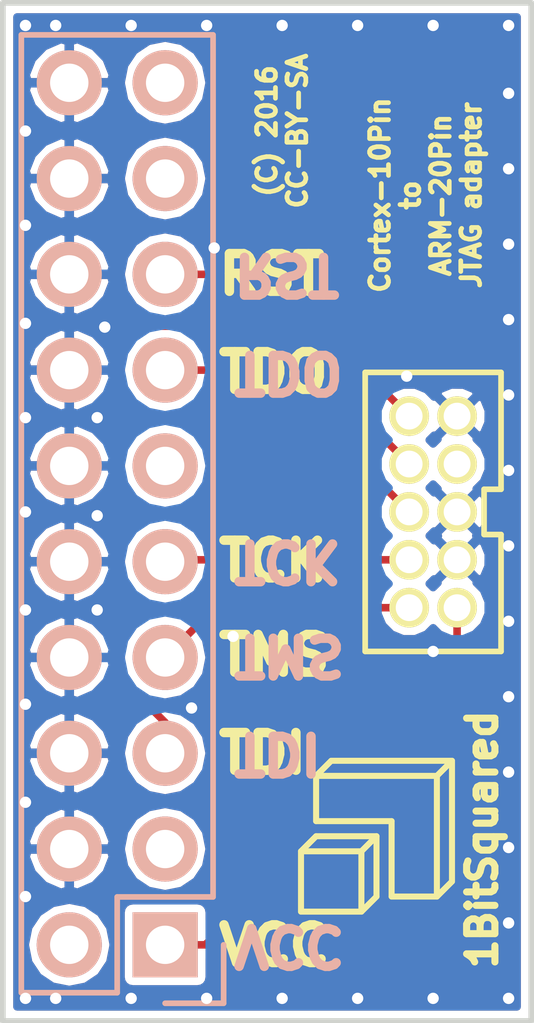
<source format=kicad_pcb>
(kicad_pcb (version 4) (host pcbnew 4.0.1-3.201512221402+6198~38~ubuntu14.04.1-stable)

  (general
    (links 63)
    (no_connects 0)
    (area 19.774999 19.913475 34.075001 50.351191)
    (thickness 1.6)
    (drawings 19)
    (tracks 18)
    (zones 0)
    (modules 49)
    (nets 14)
  )

  (page A4)
  (title_block
    (title "JTAG 10 to 20 pin adapter.")
    (rev V1.0)
    (company 1BitSquared)
    (comment 1 "(C) 2016")
    (comment 2 "CC-BY-SA V4.0")
  )

  (layers
    (0 F.Cu signal)
    (31 B.Cu signal)
    (32 B.Adhes user)
    (33 F.Adhes user)
    (34 B.Paste user)
    (35 F.Paste user)
    (36 B.SilkS user)
    (37 F.SilkS user)
    (38 B.Mask user)
    (39 F.Mask user)
    (40 Dwgs.User user)
    (41 Cmts.User user)
    (42 Eco1.User user)
    (43 Eco2.User user)
    (44 Edge.Cuts user)
    (45 Margin user)
    (46 B.CrtYd user)
    (47 F.CrtYd user)
    (48 B.Fab user)
    (49 F.Fab user)
  )

  (setup
    (last_trace_width 0.2)
    (trace_clearance 0.2)
    (zone_clearance 0.2)
    (zone_45_only no)
    (trace_min 0.2)
    (segment_width 0.2)
    (edge_width 0.15)
    (via_size 0.6)
    (via_drill 0.4)
    (via_min_size 0.4)
    (via_min_drill 0.3)
    (uvia_size 0.3)
    (uvia_drill 0.1)
    (uvias_allowed no)
    (uvia_min_size 0.2)
    (uvia_min_drill 0.1)
    (pcb_text_width 0.3)
    (pcb_text_size 1.5 1.5)
    (mod_edge_width 0.15)
    (mod_text_size 1 1)
    (mod_text_width 0.15)
    (pad_size 0.5 0.5)
    (pad_drill 0.3)
    (pad_to_mask_clearance 0.07)
    (aux_axis_origin 0 0)
    (visible_elements FFFFFF7F)
    (pcbplotparams
      (layerselection 0x00030_80000001)
      (usegerberextensions false)
      (excludeedgelayer true)
      (linewidth 0.100000)
      (plotframeref false)
      (viasonmask false)
      (mode 1)
      (useauxorigin false)
      (hpglpennumber 1)
      (hpglpenspeed 20)
      (hpglpendiameter 15)
      (hpglpenoverlay 2)
      (psnegative false)
      (psa4output false)
      (plotreference true)
      (plotvalue true)
      (plotinvisibletext false)
      (padsonsilk false)
      (subtractmaskfromsilk false)
      (outputformat 1)
      (mirror false)
      (drillshape 1)
      (scaleselection 1)
      (outputdirectory ""))
  )

  (net 0 "")
  (net 1 GND)
  (net 2 "Net-(X1-Pad7)")
  (net 3 "Net-(X2-Pad2)")
  (net 4 "Net-(X2-Pad3)")
  (net 5 "Net-(X2-Pad11)")
  (net 6 "Net-(X2-Pad17)")
  (net 7 "Net-(X2-Pad19)")
  (net 8 /TMS)
  (net 9 /VCC)
  (net 10 /TCK)
  (net 11 /TDO)
  (net 12 /TDI)
  (net 13 /RST)

  (net_class Default "This is the default net class."
    (clearance 0.2)
    (trace_width 0.2)
    (via_dia 0.6)
    (via_drill 0.4)
    (uvia_dia 0.3)
    (uvia_drill 0.1)
    (add_net /RST)
    (add_net /TCK)
    (add_net /TDI)
    (add_net /TDO)
    (add_net /TMS)
    (add_net /VCC)
    (add_net GND)
    (add_net "Net-(X1-Pad7)")
    (add_net "Net-(X2-Pad11)")
    (add_net "Net-(X2-Pad17)")
    (add_net "Net-(X2-Pad19)")
    (add_net "Net-(X2-Pad2)")
    (add_net "Net-(X2-Pad3)")
  )

  (module pkl_misc:via0305 (layer F.Cu) (tedit 56B2E4FA) (tstamp 56B54ED4)
    (at 25.6 26.5)
    (fp_text reference REF** (at 0 0.35) (layer F.SilkS) hide
      (effects (font (size 0.127 0.127) (thickness 0.03175)))
    )
    (fp_text value via0305 (at 0 -0.35) (layer F.Fab) hide
      (effects (font (size 0.127 0.127) (thickness 0.03175)))
    )
    (pad "" thru_hole circle (at 0 0) (size 0.5 0.5) (drill 0.3) (layers *.Cu)
      (net 1 GND) (zone_connect 2))
  )

  (module pkl_misc:via0305 (layer F.Cu) (tedit 56B2E4FA) (tstamp 56B54ED0)
    (at 30.7 29.9)
    (fp_text reference REF** (at 0 0.35) (layer F.SilkS) hide
      (effects (font (size 0.127 0.127) (thickness 0.03175)))
    )
    (fp_text value via0305 (at 0 -0.35) (layer F.Fab) hide
      (effects (font (size 0.127 0.127) (thickness 0.03175)))
    )
    (pad "" thru_hole circle (at 0 0) (size 0.5 0.5) (drill 0.3) (layers *.Cu)
      (net 1 GND) (zone_connect 2))
  )

  (module pkl_misc:via0305 (layer F.Cu) (tedit 56B2E4FA) (tstamp 56B54ECC)
    (at 22.7 28.6)
    (fp_text reference REF** (at 0 0.35) (layer F.SilkS) hide
      (effects (font (size 0.127 0.127) (thickness 0.03175)))
    )
    (fp_text value via0305 (at 0 -0.35) (layer F.Fab) hide
      (effects (font (size 0.127 0.127) (thickness 0.03175)))
    )
    (pad "" thru_hole circle (at 0 0) (size 0.5 0.5) (drill 0.3) (layers *.Cu)
      (net 1 GND) (zone_connect 2))
  )

  (module pkl_misc:via0305 (layer F.Cu) (tedit 56B2E4FA) (tstamp 56B54EC8)
    (at 22.5 31)
    (fp_text reference REF** (at 0 0.35) (layer F.SilkS) hide
      (effects (font (size 0.127 0.127) (thickness 0.03175)))
    )
    (fp_text value via0305 (at 0 -0.35) (layer F.Fab) hide
      (effects (font (size 0.127 0.127) (thickness 0.03175)))
    )
    (pad "" thru_hole circle (at 0 0) (size 0.5 0.5) (drill 0.3) (layers *.Cu)
      (net 1 GND) (zone_connect 2))
  )

  (module pkl_misc:via0305 (layer F.Cu) (tedit 56B2E4FA) (tstamp 56B54EC4)
    (at 22.5 33.6)
    (fp_text reference REF** (at 0 0.35) (layer F.SilkS) hide
      (effects (font (size 0.127 0.127) (thickness 0.03175)))
    )
    (fp_text value via0305 (at 0 -0.35) (layer F.Fab) hide
      (effects (font (size 0.127 0.127) (thickness 0.03175)))
    )
    (pad "" thru_hole circle (at 0 0) (size 0.5 0.5) (drill 0.3) (layers *.Cu)
      (net 1 GND) (zone_connect 2))
  )

  (module pkl_misc:via0305 (layer F.Cu) (tedit 56B2E4FA) (tstamp 56B54EC0)
    (at 22.5 36.1)
    (fp_text reference REF** (at 0 0.35) (layer F.SilkS) hide
      (effects (font (size 0.127 0.127) (thickness 0.03175)))
    )
    (fp_text value via0305 (at 0 -0.35) (layer F.Fab) hide
      (effects (font (size 0.127 0.127) (thickness 0.03175)))
    )
    (pad "" thru_hole circle (at 0 0) (size 0.5 0.5) (drill 0.3) (layers *.Cu)
      (net 1 GND) (zone_connect 2))
  )

  (module pkl_misc:via0305 (layer F.Cu) (tedit 56B2E4FA) (tstamp 56B54EBC)
    (at 25 38.7)
    (fp_text reference REF** (at 0 0.35) (layer F.SilkS) hide
      (effects (font (size 0.127 0.127) (thickness 0.03175)))
    )
    (fp_text value via0305 (at 0 -0.35) (layer F.Fab) hide
      (effects (font (size 0.127 0.127) (thickness 0.03175)))
    )
    (pad "" thru_hole circle (at 0 0) (size 0.5 0.5) (drill 0.3) (layers *.Cu)
      (net 1 GND) (zone_connect 2))
  )

  (module pkl_misc:via0305 (layer F.Cu) (tedit 56B2E4FA) (tstamp 56B54EB8)
    (at 26.1 36.8)
    (fp_text reference REF** (at 0 0.35) (layer F.SilkS) hide
      (effects (font (size 0.127 0.127) (thickness 0.03175)))
    )
    (fp_text value via0305 (at 0 -0.35) (layer F.Fab) hide
      (effects (font (size 0.127 0.127) (thickness 0.03175)))
    )
    (pad "" thru_hole circle (at 0 0) (size 0.5 0.5) (drill 0.3) (layers *.Cu)
      (net 1 GND) (zone_connect 2))
  )

  (module pkl_misc:via0305 (layer F.Cu) (tedit 56B2E4FA) (tstamp 56B54EB4)
    (at 31.4 37.2)
    (fp_text reference REF** (at 0 0.35) (layer F.SilkS) hide
      (effects (font (size 0.127 0.127) (thickness 0.03175)))
    )
    (fp_text value via0305 (at 0 -0.35) (layer F.Fab) hide
      (effects (font (size 0.127 0.127) (thickness 0.03175)))
    )
    (pad "" thru_hole circle (at 0 0) (size 0.5 0.5) (drill 0.3) (layers *.Cu)
      (net 1 GND) (zone_connect 2))
  )

  (module pkl_misc:via0305 (layer F.Cu) (tedit 56B2E4FA) (tstamp 56B54EB0)
    (at 21.4 46.4)
    (fp_text reference REF** (at 0 0.35) (layer F.SilkS) hide
      (effects (font (size 0.127 0.127) (thickness 0.03175)))
    )
    (fp_text value via0305 (at 0 -0.35) (layer F.Fab) hide
      (effects (font (size 0.127 0.127) (thickness 0.03175)))
    )
    (pad "" thru_hole circle (at 0 0) (size 0.5 0.5) (drill 0.3) (layers *.Cu)
      (net 1 GND) (zone_connect 2))
  )

  (module pkl_misc:via0305 (layer F.Cu) (tedit 56B2E4FA) (tstamp 56B54EAC)
    (at 23.4 46.4)
    (fp_text reference REF** (at 0 0.35) (layer F.SilkS) hide
      (effects (font (size 0.127 0.127) (thickness 0.03175)))
    )
    (fp_text value via0305 (at 0 -0.35) (layer F.Fab) hide
      (effects (font (size 0.127 0.127) (thickness 0.03175)))
    )
    (pad "" thru_hole circle (at 0 0) (size 0.5 0.5) (drill 0.3) (layers *.Cu)
      (net 1 GND) (zone_connect 2))
  )

  (module pkl_misc:via0305 (layer F.Cu) (tedit 56B2E4FA) (tstamp 56B54EA8)
    (at 25.4 46.4)
    (fp_text reference REF** (at 0 0.35) (layer F.SilkS) hide
      (effects (font (size 0.127 0.127) (thickness 0.03175)))
    )
    (fp_text value via0305 (at 0 -0.35) (layer F.Fab) hide
      (effects (font (size 0.127 0.127) (thickness 0.03175)))
    )
    (pad "" thru_hole circle (at 0 0) (size 0.5 0.5) (drill 0.3) (layers *.Cu)
      (net 1 GND) (zone_connect 2))
  )

  (module pkl_misc:via0305 (layer F.Cu) (tedit 56B2E4FA) (tstamp 56B54EA4)
    (at 27.4 46.4)
    (fp_text reference REF** (at 0 0.35) (layer F.SilkS) hide
      (effects (font (size 0.127 0.127) (thickness 0.03175)))
    )
    (fp_text value via0305 (at 0 -0.35) (layer F.Fab) hide
      (effects (font (size 0.127 0.127) (thickness 0.03175)))
    )
    (pad "" thru_hole circle (at 0 0) (size 0.5 0.5) (drill 0.3) (layers *.Cu)
      (net 1 GND) (zone_connect 2))
  )

  (module pkl_misc:via0305 (layer F.Cu) (tedit 56B2E4FA) (tstamp 56B54EA0)
    (at 29.4 46.4)
    (fp_text reference REF** (at 0 0.35) (layer F.SilkS) hide
      (effects (font (size 0.127 0.127) (thickness 0.03175)))
    )
    (fp_text value via0305 (at 0 -0.35) (layer F.Fab) hide
      (effects (font (size 0.127 0.127) (thickness 0.03175)))
    )
    (pad "" thru_hole circle (at 0 0) (size 0.5 0.5) (drill 0.3) (layers *.Cu)
      (net 1 GND) (zone_connect 2))
  )

  (module pkl_misc:via0305 (layer F.Cu) (tedit 56B2E4FA) (tstamp 56B54E9C)
    (at 31.4 46.4)
    (fp_text reference REF** (at 0 0.35) (layer F.SilkS) hide
      (effects (font (size 0.127 0.127) (thickness 0.03175)))
    )
    (fp_text value via0305 (at 0 -0.35) (layer F.Fab) hide
      (effects (font (size 0.127 0.127) (thickness 0.03175)))
    )
    (pad "" thru_hole circle (at 0 0) (size 0.5 0.5) (drill 0.3) (layers *.Cu)
      (net 1 GND) (zone_connect 2))
  )

  (module pkl_misc:via0305 (layer F.Cu) (tedit 56B2E4FA) (tstamp 56B54E98)
    (at 20.6 46.4)
    (fp_text reference REF** (at 0 0.35) (layer F.SilkS) hide
      (effects (font (size 0.127 0.127) (thickness 0.03175)))
    )
    (fp_text value via0305 (at 0 -0.35) (layer F.Fab) hide
      (effects (font (size 0.127 0.127) (thickness 0.03175)))
    )
    (pad "" thru_hole circle (at 0 0) (size 0.5 0.5) (drill 0.3) (layers *.Cu)
      (net 1 GND) (zone_connect 2))
  )

  (module pkl_misc:via0305 (layer F.Cu) (tedit 56B2E4FA) (tstamp 56B54E94)
    (at 20.6 43.7)
    (fp_text reference REF** (at 0 0.35) (layer F.SilkS) hide
      (effects (font (size 0.127 0.127) (thickness 0.03175)))
    )
    (fp_text value via0305 (at 0 -0.35) (layer F.Fab) hide
      (effects (font (size 0.127 0.127) (thickness 0.03175)))
    )
    (pad "" thru_hole circle (at 0 0) (size 0.5 0.5) (drill 0.3) (layers *.Cu)
      (net 1 GND) (zone_connect 2))
  )

  (module pkl_misc:via0305 (layer F.Cu) (tedit 56B2E4FA) (tstamp 56B54E90)
    (at 20.6 41.2)
    (fp_text reference REF** (at 0 0.35) (layer F.SilkS) hide
      (effects (font (size 0.127 0.127) (thickness 0.03175)))
    )
    (fp_text value via0305 (at 0 -0.35) (layer F.Fab) hide
      (effects (font (size 0.127 0.127) (thickness 0.03175)))
    )
    (pad "" thru_hole circle (at 0 0) (size 0.5 0.5) (drill 0.3) (layers *.Cu)
      (net 1 GND) (zone_connect 2))
  )

  (module pkl_misc:via0305 (layer F.Cu) (tedit 56B2E4FA) (tstamp 56B54E8C)
    (at 20.6 38.6)
    (fp_text reference REF** (at 0 0.35) (layer F.SilkS) hide
      (effects (font (size 0.127 0.127) (thickness 0.03175)))
    )
    (fp_text value via0305 (at 0 -0.35) (layer F.Fab) hide
      (effects (font (size 0.127 0.127) (thickness 0.03175)))
    )
    (pad "" thru_hole circle (at 0 0) (size 0.5 0.5) (drill 0.3) (layers *.Cu)
      (net 1 GND) (zone_connect 2))
  )

  (module pkl_misc:via0305 (layer F.Cu) (tedit 56B2E4FA) (tstamp 56B54E88)
    (at 20.6 36.1)
    (fp_text reference REF** (at 0 0.35) (layer F.SilkS) hide
      (effects (font (size 0.127 0.127) (thickness 0.03175)))
    )
    (fp_text value via0305 (at 0 -0.35) (layer F.Fab) hide
      (effects (font (size 0.127 0.127) (thickness 0.03175)))
    )
    (pad "" thru_hole circle (at 0 0) (size 0.5 0.5) (drill 0.3) (layers *.Cu)
      (net 1 GND) (zone_connect 2))
  )

  (module pkl_misc:via0305 (layer F.Cu) (tedit 56B2E4FA) (tstamp 56B54E84)
    (at 20.6 33.5)
    (fp_text reference REF** (at 0 0.35) (layer F.SilkS) hide
      (effects (font (size 0.127 0.127) (thickness 0.03175)))
    )
    (fp_text value via0305 (at 0 -0.35) (layer F.Fab) hide
      (effects (font (size 0.127 0.127) (thickness 0.03175)))
    )
    (pad "" thru_hole circle (at 0 0) (size 0.5 0.5) (drill 0.3) (layers *.Cu)
      (net 1 GND) (zone_connect 2))
  )

  (module pkl_misc:via0305 (layer F.Cu) (tedit 56B2E4FA) (tstamp 56B54E80)
    (at 20.6 31)
    (fp_text reference REF** (at 0 0.35) (layer F.SilkS) hide
      (effects (font (size 0.127 0.127) (thickness 0.03175)))
    )
    (fp_text value via0305 (at 0 -0.35) (layer F.Fab) hide
      (effects (font (size 0.127 0.127) (thickness 0.03175)))
    )
    (pad "" thru_hole circle (at 0 0) (size 0.5 0.5) (drill 0.3) (layers *.Cu)
      (net 1 GND) (zone_connect 2))
  )

  (module pkl_misc:via0305 (layer F.Cu) (tedit 56B2E4FA) (tstamp 56B54E7C)
    (at 20.6 28.5)
    (fp_text reference REF** (at 0 0.35) (layer F.SilkS) hide
      (effects (font (size 0.127 0.127) (thickness 0.03175)))
    )
    (fp_text value via0305 (at 0 -0.35) (layer F.Fab) hide
      (effects (font (size 0.127 0.127) (thickness 0.03175)))
    )
    (pad "" thru_hole circle (at 0 0) (size 0.5 0.5) (drill 0.3) (layers *.Cu)
      (net 1 GND) (zone_connect 2))
  )

  (module pkl_misc:via0305 (layer F.Cu) (tedit 56B2E4FA) (tstamp 56B54E78)
    (at 20.6 25.9)
    (fp_text reference REF** (at 0 0.35) (layer F.SilkS) hide
      (effects (font (size 0.127 0.127) (thickness 0.03175)))
    )
    (fp_text value via0305 (at 0 -0.35) (layer F.Fab) hide
      (effects (font (size 0.127 0.127) (thickness 0.03175)))
    )
    (pad "" thru_hole circle (at 0 0) (size 0.5 0.5) (drill 0.3) (layers *.Cu)
      (net 1 GND) (zone_connect 2))
  )

  (module pkl_misc:via0305 (layer F.Cu) (tedit 56B2E4FA) (tstamp 56B54E74)
    (at 20.6 23.4)
    (fp_text reference REF** (at 0 0.35) (layer F.SilkS) hide
      (effects (font (size 0.127 0.127) (thickness 0.03175)))
    )
    (fp_text value via0305 (at 0 -0.35) (layer F.Fab) hide
      (effects (font (size 0.127 0.127) (thickness 0.03175)))
    )
    (pad "" thru_hole circle (at 0 0) (size 0.5 0.5) (drill 0.3) (layers *.Cu)
      (net 1 GND) (zone_connect 2))
  )

  (module pkl_misc:via0305 (layer F.Cu) (tedit 56B2E4FA) (tstamp 56B54E70)
    (at 20.6 20.6)
    (fp_text reference REF** (at 0 0.35) (layer F.SilkS) hide
      (effects (font (size 0.127 0.127) (thickness 0.03175)))
    )
    (fp_text value via0305 (at 0 -0.35) (layer F.Fab) hide
      (effects (font (size 0.127 0.127) (thickness 0.03175)))
    )
    (pad "" thru_hole circle (at 0 0) (size 0.5 0.5) (drill 0.3) (layers *.Cu)
      (net 1 GND) (zone_connect 2))
  )

  (module pkl_misc:via0305 (layer F.Cu) (tedit 56B2E4FA) (tstamp 56B54E6C)
    (at 21.4 20.6)
    (fp_text reference REF** (at 0 0.35) (layer F.SilkS) hide
      (effects (font (size 0.127 0.127) (thickness 0.03175)))
    )
    (fp_text value via0305 (at 0 -0.35) (layer F.Fab) hide
      (effects (font (size 0.127 0.127) (thickness 0.03175)))
    )
    (pad "" thru_hole circle (at 0 0) (size 0.5 0.5) (drill 0.3) (layers *.Cu)
      (net 1 GND) (zone_connect 2))
  )

  (module pkl_misc:via0305 (layer F.Cu) (tedit 56B2E4FA) (tstamp 56B54E68)
    (at 23.4 20.6)
    (fp_text reference REF** (at 0 0.35) (layer F.SilkS) hide
      (effects (font (size 0.127 0.127) (thickness 0.03175)))
    )
    (fp_text value via0305 (at 0 -0.35) (layer F.Fab) hide
      (effects (font (size 0.127 0.127) (thickness 0.03175)))
    )
    (pad "" thru_hole circle (at 0 0) (size 0.5 0.5) (drill 0.3) (layers *.Cu)
      (net 1 GND) (zone_connect 2))
  )

  (module pkl_misc:via0305 (layer F.Cu) (tedit 56B2E4FA) (tstamp 56B54E64)
    (at 25.4 20.6)
    (fp_text reference REF** (at 0 0.35) (layer F.SilkS) hide
      (effects (font (size 0.127 0.127) (thickness 0.03175)))
    )
    (fp_text value via0305 (at 0 -0.35) (layer F.Fab) hide
      (effects (font (size 0.127 0.127) (thickness 0.03175)))
    )
    (pad "" thru_hole circle (at 0 0) (size 0.5 0.5) (drill 0.3) (layers *.Cu)
      (net 1 GND) (zone_connect 2))
  )

  (module pkl_misc:via0305 (layer F.Cu) (tedit 56B2E4FA) (tstamp 56B54E60)
    (at 27.4 20.6)
    (fp_text reference REF** (at 0 0.35) (layer F.SilkS) hide
      (effects (font (size 0.127 0.127) (thickness 0.03175)))
    )
    (fp_text value via0305 (at 0 -0.35) (layer F.Fab) hide
      (effects (font (size 0.127 0.127) (thickness 0.03175)))
    )
    (pad "" thru_hole circle (at 0 0) (size 0.5 0.5) (drill 0.3) (layers *.Cu)
      (net 1 GND) (zone_connect 2))
  )

  (module pkl_misc:via0305 (layer F.Cu) (tedit 56B2E4FA) (tstamp 56B54E5C)
    (at 29.4 20.6)
    (fp_text reference REF** (at 0 0.35) (layer F.SilkS) hide
      (effects (font (size 0.127 0.127) (thickness 0.03175)))
    )
    (fp_text value via0305 (at 0 -0.35) (layer F.Fab) hide
      (effects (font (size 0.127 0.127) (thickness 0.03175)))
    )
    (pad "" thru_hole circle (at 0 0) (size 0.5 0.5) (drill 0.3) (layers *.Cu)
      (net 1 GND) (zone_connect 2))
  )

  (module pkl_misc:via0305 (layer F.Cu) (tedit 56B2E4FA) (tstamp 56B54E54)
    (at 31.4 20.6)
    (fp_text reference REF** (at 0 0.35) (layer F.SilkS) hide
      (effects (font (size 0.127 0.127) (thickness 0.03175)))
    )
    (fp_text value via0305 (at 0 -0.35) (layer F.Fab) hide
      (effects (font (size 0.127 0.127) (thickness 0.03175)))
    )
    (pad "" thru_hole circle (at 0 0) (size 0.5 0.5) (drill 0.3) (layers *.Cu)
      (net 1 GND) (zone_connect 2))
  )

  (module pkl_misc:via0305 (layer F.Cu) (tedit 56B2E4FA) (tstamp 56B54E50)
    (at 33.4 20.6)
    (fp_text reference REF** (at 0 0.35) (layer F.SilkS) hide
      (effects (font (size 0.127 0.127) (thickness 0.03175)))
    )
    (fp_text value via0305 (at 0 -0.35) (layer F.Fab) hide
      (effects (font (size 0.127 0.127) (thickness 0.03175)))
    )
    (pad "" thru_hole circle (at 0 0) (size 0.5 0.5) (drill 0.3) (layers *.Cu)
      (net 1 GND) (zone_connect 2))
  )

  (module pkl_misc:via0305 (layer F.Cu) (tedit 56B2E4FA) (tstamp 56B54E4C)
    (at 33.4 22.4)
    (fp_text reference REF** (at 0 0.35) (layer F.SilkS) hide
      (effects (font (size 0.127 0.127) (thickness 0.03175)))
    )
    (fp_text value via0305 (at 0 -0.35) (layer F.Fab) hide
      (effects (font (size 0.127 0.127) (thickness 0.03175)))
    )
    (pad "" thru_hole circle (at 0 0) (size 0.5 0.5) (drill 0.3) (layers *.Cu)
      (net 1 GND) (zone_connect 2))
  )

  (module pkl_misc:via0305 (layer F.Cu) (tedit 56B2E4FA) (tstamp 56B54E48)
    (at 33.4 24.4)
    (fp_text reference REF** (at 0 0.35) (layer F.SilkS) hide
      (effects (font (size 0.127 0.127) (thickness 0.03175)))
    )
    (fp_text value via0305 (at 0 -0.35) (layer F.Fab) hide
      (effects (font (size 0.127 0.127) (thickness 0.03175)))
    )
    (pad "" thru_hole circle (at 0 0) (size 0.5 0.5) (drill 0.3) (layers *.Cu)
      (net 1 GND) (zone_connect 2))
  )

  (module pkl_misc:via0305 (layer F.Cu) (tedit 56B2E4FA) (tstamp 56B54E44)
    (at 33.4 26.4)
    (fp_text reference REF** (at 0 0.35) (layer F.SilkS) hide
      (effects (font (size 0.127 0.127) (thickness 0.03175)))
    )
    (fp_text value via0305 (at 0 -0.35) (layer F.Fab) hide
      (effects (font (size 0.127 0.127) (thickness 0.03175)))
    )
    (pad "" thru_hole circle (at 0 0) (size 0.5 0.5) (drill 0.3) (layers *.Cu)
      (net 1 GND) (zone_connect 2))
  )

  (module pkl_misc:via0305 (layer F.Cu) (tedit 56B2E4FA) (tstamp 56B54E40)
    (at 33.4 28.4)
    (fp_text reference REF** (at 0 0.35) (layer F.SilkS) hide
      (effects (font (size 0.127 0.127) (thickness 0.03175)))
    )
    (fp_text value via0305 (at 0 -0.35) (layer F.Fab) hide
      (effects (font (size 0.127 0.127) (thickness 0.03175)))
    )
    (pad "" thru_hole circle (at 0 0) (size 0.5 0.5) (drill 0.3) (layers *.Cu)
      (net 1 GND) (zone_connect 2))
  )

  (module pkl_misc:via0305 (layer F.Cu) (tedit 56B2E4FA) (tstamp 56B54E3C)
    (at 33.4 30.4)
    (fp_text reference REF** (at 0 0.35) (layer F.SilkS) hide
      (effects (font (size 0.127 0.127) (thickness 0.03175)))
    )
    (fp_text value via0305 (at 0 -0.35) (layer F.Fab) hide
      (effects (font (size 0.127 0.127) (thickness 0.03175)))
    )
    (pad "" thru_hole circle (at 0 0) (size 0.5 0.5) (drill 0.3) (layers *.Cu)
      (net 1 GND) (zone_connect 2))
  )

  (module pkl_misc:via0305 (layer F.Cu) (tedit 56B2E4FA) (tstamp 56B54E38)
    (at 33.4 32.4)
    (fp_text reference REF** (at 0 0.35) (layer F.SilkS) hide
      (effects (font (size 0.127 0.127) (thickness 0.03175)))
    )
    (fp_text value via0305 (at 0 -0.35) (layer F.Fab) hide
      (effects (font (size 0.127 0.127) (thickness 0.03175)))
    )
    (pad "" thru_hole circle (at 0 0) (size 0.5 0.5) (drill 0.3) (layers *.Cu)
      (net 1 GND) (zone_connect 2))
  )

  (module pkl_misc:via0305 (layer F.Cu) (tedit 56B2E4FA) (tstamp 56B54E34)
    (at 33.4 34.4)
    (fp_text reference REF** (at 0 0.35) (layer F.SilkS) hide
      (effects (font (size 0.127 0.127) (thickness 0.03175)))
    )
    (fp_text value via0305 (at 0 -0.35) (layer F.Fab) hide
      (effects (font (size 0.127 0.127) (thickness 0.03175)))
    )
    (pad "" thru_hole circle (at 0 0) (size 0.5 0.5) (drill 0.3) (layers *.Cu)
      (net 1 GND) (zone_connect 2))
  )

  (module pkl_misc:via0305 (layer F.Cu) (tedit 56B2E4FA) (tstamp 56B54E30)
    (at 33.4 36.4)
    (fp_text reference REF** (at 0 0.35) (layer F.SilkS) hide
      (effects (font (size 0.127 0.127) (thickness 0.03175)))
    )
    (fp_text value via0305 (at 0 -0.35) (layer F.Fab) hide
      (effects (font (size 0.127 0.127) (thickness 0.03175)))
    )
    (pad "" thru_hole circle (at 0 0) (size 0.5 0.5) (drill 0.3) (layers *.Cu)
      (net 1 GND) (zone_connect 2))
  )

  (module pkl_misc:via0305 (layer F.Cu) (tedit 56B2E4FA) (tstamp 56B54E2C)
    (at 33.4 38.4)
    (fp_text reference REF** (at 0 0.35) (layer F.SilkS) hide
      (effects (font (size 0.127 0.127) (thickness 0.03175)))
    )
    (fp_text value via0305 (at 0 -0.35) (layer F.Fab) hide
      (effects (font (size 0.127 0.127) (thickness 0.03175)))
    )
    (pad "" thru_hole circle (at 0 0) (size 0.5 0.5) (drill 0.3) (layers *.Cu)
      (net 1 GND) (zone_connect 2))
  )

  (module pkl_misc:via0305 (layer F.Cu) (tedit 56B2E4FA) (tstamp 56B54E24)
    (at 33.4 40.4)
    (fp_text reference REF** (at 0 0.35) (layer F.SilkS) hide
      (effects (font (size 0.127 0.127) (thickness 0.03175)))
    )
    (fp_text value via0305 (at 0 -0.35) (layer F.Fab) hide
      (effects (font (size 0.127 0.127) (thickness 0.03175)))
    )
    (pad "" thru_hole circle (at 0 0) (size 0.5 0.5) (drill 0.3) (layers *.Cu)
      (net 1 GND) (zone_connect 2))
  )

  (module pkl_misc:via0305 (layer F.Cu) (tedit 56B2E4FA) (tstamp 56B54E1C)
    (at 33.4 42.4)
    (fp_text reference REF** (at 0 0.35) (layer F.SilkS) hide
      (effects (font (size 0.127 0.127) (thickness 0.03175)))
    )
    (fp_text value via0305 (at 0 -0.35) (layer F.Fab) hide
      (effects (font (size 0.127 0.127) (thickness 0.03175)))
    )
    (pad "" thru_hole circle (at 0 0) (size 0.5 0.5) (drill 0.3) (layers *.Cu)
      (net 1 GND) (zone_connect 2))
  )

  (module pkl_misc:via0305 (layer F.Cu) (tedit 56B2E4FA) (tstamp 56B54E14)
    (at 33.4 44.4)
    (fp_text reference REF** (at 0 0.35) (layer F.SilkS) hide
      (effects (font (size 0.127 0.127) (thickness 0.03175)))
    )
    (fp_text value via0305 (at 0 -0.35) (layer F.Fab) hide
      (effects (font (size 0.127 0.127) (thickness 0.03175)))
    )
    (pad "" thru_hole circle (at 0 0) (size 0.5 0.5) (drill 0.3) (layers *.Cu)
      (net 1 GND) (zone_connect 2))
  )

  (module Socket_Strips:Socket_Strip_Straight_2x10 (layer B.Cu) (tedit 56B2E492) (tstamp 56B5174C)
    (at 24.3 44.98 90)
    (descr "Through hole socket strip")
    (tags "socket strip")
    (path /56B39F62)
    (fp_text reference X2 (at 11.8 5 90) (layer B.Fab)
      (effects (font (size 1 1) (thickness 0.15)) (justify mirror))
    )
    (fp_text value JTAG-20 (at 11.58 2.8 90) (layer B.Fab)
      (effects (font (size 1 1) (thickness 0.15)) (justify mirror))
    )
    (fp_line (start -1.75 1.75) (end -1.75 -4.3) (layer B.CrtYd) (width 0.05))
    (fp_line (start 24.65 1.75) (end 24.65 -4.3) (layer B.CrtYd) (width 0.05))
    (fp_line (start -1.75 1.75) (end 24.65 1.75) (layer B.CrtYd) (width 0.05))
    (fp_line (start -1.75 -4.3) (end 24.65 -4.3) (layer B.CrtYd) (width 0.05))
    (fp_line (start 24.13 -3.81) (end -1.27 -3.81) (layer B.SilkS) (width 0.15))
    (fp_line (start 1.27 1.27) (end 24.13 1.27) (layer B.SilkS) (width 0.15))
    (fp_line (start 24.13 -3.81) (end 24.13 1.27) (layer B.SilkS) (width 0.15))
    (fp_line (start -1.27 -3.81) (end -1.27 -1.27) (layer B.SilkS) (width 0.15))
    (fp_line (start 0 1.55) (end -1.55 1.55) (layer B.SilkS) (width 0.15))
    (fp_line (start -1.27 -1.27) (end 1.27 -1.27) (layer B.SilkS) (width 0.15))
    (fp_line (start 1.27 -1.27) (end 1.27 1.27) (layer B.SilkS) (width 0.15))
    (fp_line (start -1.55 1.55) (end -1.55 0) (layer B.SilkS) (width 0.15))
    (pad 1 thru_hole rect (at 0 0 90) (size 1.7272 1.7272) (drill 1.016) (layers *.Cu *.Mask B.SilkS)
      (net 9 /VCC))
    (pad 2 thru_hole oval (at 0 -2.54 90) (size 1.7272 1.7272) (drill 1.016) (layers *.Cu *.Mask B.SilkS)
      (net 3 "Net-(X2-Pad2)"))
    (pad 3 thru_hole oval (at 2.54 0 90) (size 1.7272 1.7272) (drill 1.016) (layers *.Cu *.Mask B.SilkS)
      (net 4 "Net-(X2-Pad3)"))
    (pad 4 thru_hole oval (at 2.54 -2.54 90) (size 1.7272 1.7272) (drill 1.016) (layers *.Cu *.Mask B.SilkS)
      (net 1 GND))
    (pad 5 thru_hole oval (at 5.08 0 90) (size 1.7272 1.7272) (drill 1.016) (layers *.Cu *.Mask B.SilkS)
      (net 12 /TDI))
    (pad 6 thru_hole oval (at 5.08 -2.54 90) (size 1.7272 1.7272) (drill 1.016) (layers *.Cu *.Mask B.SilkS)
      (net 1 GND))
    (pad 7 thru_hole oval (at 7.62 0 90) (size 1.7272 1.7272) (drill 1.016) (layers *.Cu *.Mask B.SilkS)
      (net 8 /TMS))
    (pad 8 thru_hole oval (at 7.62 -2.54 90) (size 1.7272 1.7272) (drill 1.016) (layers *.Cu *.Mask B.SilkS)
      (net 1 GND))
    (pad 9 thru_hole oval (at 10.16 0 90) (size 1.7272 1.7272) (drill 1.016) (layers *.Cu *.Mask B.SilkS)
      (net 10 /TCK))
    (pad 10 thru_hole oval (at 10.16 -2.54 90) (size 1.7272 1.7272) (drill 1.016) (layers *.Cu *.Mask B.SilkS)
      (net 1 GND))
    (pad 11 thru_hole oval (at 12.7 0 90) (size 1.7272 1.7272) (drill 1.016) (layers *.Cu *.Mask B.SilkS)
      (net 5 "Net-(X2-Pad11)"))
    (pad 12 thru_hole oval (at 12.7 -2.54 90) (size 1.7272 1.7272) (drill 1.016) (layers *.Cu *.Mask B.SilkS)
      (net 1 GND))
    (pad 13 thru_hole oval (at 15.24 0 90) (size 1.7272 1.7272) (drill 1.016) (layers *.Cu *.Mask B.SilkS)
      (net 11 /TDO))
    (pad 14 thru_hole oval (at 15.24 -2.54 90) (size 1.7272 1.7272) (drill 1.016) (layers *.Cu *.Mask B.SilkS)
      (net 1 GND))
    (pad 15 thru_hole oval (at 17.78 0 90) (size 1.7272 1.7272) (drill 1.016) (layers *.Cu *.Mask B.SilkS)
      (net 13 /RST))
    (pad 16 thru_hole oval (at 17.78 -2.54 90) (size 1.7272 1.7272) (drill 1.016) (layers *.Cu *.Mask B.SilkS)
      (net 1 GND))
    (pad 17 thru_hole oval (at 20.32 0 90) (size 1.7272 1.7272) (drill 1.016) (layers *.Cu *.Mask B.SilkS)
      (net 6 "Net-(X2-Pad17)"))
    (pad 18 thru_hole oval (at 20.32 -2.54 90) (size 1.7272 1.7272) (drill 1.016) (layers *.Cu *.Mask B.SilkS)
      (net 1 GND))
    (pad 19 thru_hole oval (at 22.86 0 90) (size 1.7272 1.7272) (drill 1.016) (layers *.Cu *.Mask B.SilkS)
      (net 7 "Net-(X2-Pad19)"))
    (pad 20 thru_hole oval (at 22.86 -2.54 90) (size 1.7272 1.7272) (drill 1.016) (layers *.Cu *.Mask B.SilkS)
      (net 1 GND))
    (model Socket_Strips.3dshapes/Socket_Strip_Straight_2x10.wrl
      (at (xyz 0.45 -0.05 0))
      (scale (xyz 1 1 1))
      (rotate (xyz 0 0 180))
    )
  )

  (module pkl_samtec:FTSH-105-XX-X-D (layer F.Cu) (tedit 56B2E47E) (tstamp 56B51728)
    (at 31.4 33.5 90)
    (path /56B39A9A)
    (fp_text reference X1 (at -4.9 0 180) (layer F.Fab)
      (effects (font (size 1.2 1.2) (thickness 0.15)))
    )
    (fp_text value JTAG-10 (at -0.2 -2.75 90) (layer F.Fab)
      (effects (font (size 1.2 1.2) (thickness 0.15)))
    )
    (fp_line (start -3.7 1.8) (end -0.6 1.8) (layer F.SilkS) (width 0.15))
    (fp_line (start 0.6 1.8) (end 3.7 1.8) (layer F.SilkS) (width 0.15))
    (fp_line (start 3.7 1.8) (end 3.7 -1.8) (layer F.SilkS) (width 0.15))
    (fp_line (start 3.7 -1.8) (end -3.7 -1.8) (layer F.SilkS) (width 0.15))
    (fp_line (start -3.7 -1.8) (end -3.7 1.8) (layer F.SilkS) (width 0.15))
    (fp_line (start -0.6 1.8) (end -0.6 1.35) (layer F.SilkS) (width 0.15))
    (fp_line (start -0.6 1.35) (end 0.6 1.35) (layer F.SilkS) (width 0.15))
    (fp_line (start 0.6 1.35) (end 0.6 1.8) (layer F.SilkS) (width 0.15))
    (pad 2 thru_hole circle (at -2.54 -0.635 90) (size 1.05 1.05) (drill 0.71) (layers *.Cu *.Mask F.SilkS)
      (net 8 /TMS))
    (pad 1 thru_hole circle (at -2.54 0.635 90) (size 1.05 1.05) (drill 0.71) (layers *.Cu *.Mask F.SilkS)
      (net 9 /VCC))
    (pad 4 thru_hole circle (at -1.27 -0.635 90) (size 1.05 1.05) (drill 0.71) (layers *.Cu *.Mask F.SilkS)
      (net 10 /TCK))
    (pad 3 thru_hole circle (at -1.27 0.635 90) (size 1.05 1.05) (drill 0.71) (layers *.Cu *.Mask F.SilkS)
      (net 1 GND))
    (pad 6 thru_hole circle (at 0 -0.635 90) (size 1.05 1.05) (drill 0.71) (layers *.Cu *.Mask F.SilkS)
      (net 11 /TDO))
    (pad 5 thru_hole circle (at 0 0.635 90) (size 1.05 1.05) (drill 0.71) (layers *.Cu *.Mask F.SilkS)
      (net 1 GND))
    (pad 8 thru_hole circle (at 1.27 -0.635 90) (size 1.05 1.05) (drill 0.71) (layers *.Cu *.Mask F.SilkS)
      (net 12 /TDI))
    (pad 7 thru_hole circle (at 1.27 0.635 90) (size 1.05 1.05) (drill 0.71) (layers *.Cu *.Mask F.SilkS)
      (net 2 "Net-(X1-Pad7)"))
    (pad 10 thru_hole circle (at 2.54 -0.635 90) (size 1.05 1.05) (drill 0.71) (layers *.Cu *.Mask F.SilkS)
      (net 13 /RST))
    (pad 9 thru_hole circle (at 2.54 0.635 90) (size 1.05 1.05) (drill 0.71) (layers *.Cu *.Mask F.SilkS)
      (net 1 GND))
  )

  (module pkl_misc:via0305 (layer F.Cu) (tedit 56B2E4FA) (tstamp 56B54DF8)
    (at 33.4 46.4)
    (fp_text reference REF** (at 0 0.35) (layer F.SilkS) hide
      (effects (font (size 0.127 0.127) (thickness 0.03175)))
    )
    (fp_text value via0305 (at 0 -0.35) (layer F.Fab) hide
      (effects (font (size 0.127 0.127) (thickness 0.03175)))
    )
    (pad "" thru_hole circle (at 0 0) (size 0.5 0.5) (drill 0.3) (layers *.Cu)
      (net 1 GND) (zone_connect 2))
  )

  (module pkl_logos:1b2_Logo_SilkS_4mm (layer F.Cu) (tedit 56B2E6B3) (tstamp 56B5518E)
    (at 29.9 42.1 90)
    (fp_text reference REF** (at 0 3 90) (layer F.Fab) hide
      (effects (font (size 1 1) (thickness 0.15)))
    )
    (fp_text value 1b2_Logo_SilkS_4mm (at 0 -3 90) (layer F.Fab) hide
      (effects (font (size 1 1) (thickness 0.15)))
    )
    (fp_line (start -1.2 2) (end 2 2) (layer F.SilkS) (width 0.16))
    (fp_line (start -1.6 1.6) (end -1.2 2) (layer F.SilkS) (width 0.16))
    (fp_line (start 2 2) (end 1.6 1.6) (layer F.SilkS) (width 0.16))
    (fp_line (start 2 -1.2) (end 2 2) (layer F.SilkS) (width 0.16))
    (fp_line (start 1.6 -1.6) (end 2 -1.2) (layer F.SilkS) (width 0.16))
    (fp_line (start 1.6 1.6) (end 1.6 -1.6) (layer F.SilkS) (width 0.16))
    (fp_line (start -1.6 1.6) (end 1.6 1.6) (layer F.SilkS) (width 0.16))
    (fp_line (start -1.6 0.4) (end -1.6 1.6) (layer F.SilkS) (width 0.16))
    (fp_line (start 0.4 0.4) (end -1.6 0.4) (layer F.SilkS) (width 0.16))
    (fp_line (start 0.4 -1.6) (end 0.4 0.4) (layer F.SilkS) (width 0.16))
    (fp_line (start 1.6 -1.6) (end 0.4 -1.6) (layer F.SilkS) (width 0.16))
    (fp_line (start -1.6 0) (end 0 0) (layer F.SilkS) (width 0.16))
    (fp_line (start -2 -0.4) (end -1.6 0) (layer F.SilkS) (width 0.16))
    (fp_line (start 0 0) (end -0.4 -0.4) (layer F.SilkS) (width 0.16))
    (fp_line (start 0 -1.6) (end 0 0) (layer F.SilkS) (width 0.16))
    (fp_line (start -0.4 -2) (end 0 -1.6) (layer F.SilkS) (width 0.16))
    (fp_line (start -2 -0.4) (end -0.4 -0.4) (layer F.SilkS) (width 0.16))
    (fp_line (start -2 -2) (end -2 -0.4) (layer F.SilkS) (width 0.16))
    (fp_line (start -0.4 -2) (end -2 -2) (layer F.SilkS) (width 0.16))
    (fp_line (start -0.4 -0.4) (end -0.4 -2) (layer F.SilkS) (width 0.16))
  )

  (gr_text "(C) 2016\nCC-BY-SA" (at 27.4 23.4 90) (layer F.SilkS) (tstamp 56B55244)
    (effects (font (size 0.5 0.5) (thickness 0.125)))
  )
  (gr_text 1BitSquared (at 32.7 45.7 90) (layer F.SilkS) (tstamp 56B55204)
    (effects (font (size 0.75 0.75) (thickness 0.1875)) (justify left))
  )
  (gr_text RST (at 26 27.2 180) (layer B.SilkS) (tstamp 56B551EC)
    (effects (font (size 1 1) (thickness 0.25)) (justify left mirror))
  )
  (gr_text TDO (at 26 29.8 180) (layer B.SilkS) (tstamp 56B551E9)
    (effects (font (size 1 1) (thickness 0.25)) (justify left mirror))
  )
  (gr_text TCK (at 26 34.8 180) (layer B.SilkS) (tstamp 56B551E6)
    (effects (font (size 1 1) (thickness 0.25)) (justify left mirror))
  )
  (gr_text TMS (at 26 37.3 180) (layer B.SilkS) (tstamp 56B551E3)
    (effects (font (size 1 1) (thickness 0.25)) (justify left mirror))
  )
  (gr_text TDI (at 26 39.9 180) (layer B.SilkS) (tstamp 56B551DF)
    (effects (font (size 1 1) (thickness 0.25)) (justify left mirror))
  )
  (gr_text VCC (at 25.6 45) (layer F.SilkS) (tstamp 56B551D8)
    (effects (font (size 1 1) (thickness 0.25)) (justify left))
  )
  (gr_text "Cortex-10Pin\nto\nARM-20Pin\nJTAG adapter" (at 31.2 25.1 90) (layer F.SilkS)
    (effects (font (size 0.5 0.5) (thickness 0.125)))
  )
  (gr_text VCC (at 26 45 180) (layer B.SilkS) (tstamp 56B51ABF)
    (effects (font (size 1 1) (thickness 0.25)) (justify left mirror))
  )
  (gr_text TDI (at 25.6 39.9) (layer F.SilkS) (tstamp 56B51ABD)
    (effects (font (size 1 1) (thickness 0.25)) (justify left))
  )
  (gr_text TMS (at 25.6 37.3) (layer F.SilkS) (tstamp 56B51ABC)
    (effects (font (size 1 1) (thickness 0.25)) (justify left))
  )
  (gr_text TCK (at 25.6 34.8) (layer F.SilkS) (tstamp 56B51ABB)
    (effects (font (size 1 1) (thickness 0.25)) (justify left))
  )
  (gr_text TDO (at 25.6 29.8) (layer F.SilkS) (tstamp 56B51ABA)
    (effects (font (size 1 1) (thickness 0.25)) (justify left))
  )
  (gr_text RST (at 25.6 27.2) (layer F.SilkS)
    (effects (font (size 1 1) (thickness 0.25)) (justify left))
  )
  (gr_line (start 20 47) (end 20 20) (layer Edge.Cuts) (width 0.15))
  (gr_line (start 34 47) (end 20 47) (layer Edge.Cuts) (width 0.15))
  (gr_line (start 34 20) (end 34 47) (layer Edge.Cuts) (width 0.15))
  (gr_line (start 20 20) (end 34 20) (layer Edge.Cuts) (width 0.15))

  (segment (start 30.765 36.04) (end 25.62 36.04) (width 0.2) (layer F.Cu) (net 8))
  (segment (start 25.62 36.04) (end 24.3 37.36) (width 0.2) (layer F.Cu) (net 8))
  (segment (start 32.035 36.04) (end 32.035 38.3086) (width 0.2) (layer F.Cu) (net 9))
  (segment (start 32.035 38.3086) (end 25.3636 44.98) (width 0.2) (layer F.Cu) (net 9))
  (segment (start 25.3636 44.98) (end 24.3 44.98) (width 0.2) (layer F.Cu) (net 9))
  (segment (start 30.765 34.77) (end 24.35 34.77) (width 0.2) (layer F.Cu) (net 10))
  (segment (start 24.35 34.77) (end 24.3 34.82) (width 0.2) (layer F.Cu) (net 10))
  (segment (start 30.765 33.5) (end 27.005 29.74) (width 0.2) (layer F.Cu) (net 11))
  (segment (start 27.005 29.74) (end 24.3 29.74) (width 0.2) (layer F.Cu) (net 11))
  (segment (start 24.3 39.9) (end 24.3 39.08213) (width 0.2) (layer F.Cu) (net 12))
  (segment (start 24.3 39.08213) (end 23.136399 37.918529) (width 0.2) (layer F.Cu) (net 12))
  (segment (start 23.136399 37.918529) (end 23.136399 29.163601) (width 0.2) (layer F.Cu) (net 12))
  (segment (start 23.136399 29.163601) (end 23.723601 28.576399) (width 0.2) (layer F.Cu) (net 12))
  (segment (start 23.723601 28.576399) (end 27.111399 28.576399) (width 0.2) (layer F.Cu) (net 12))
  (segment (start 30.240001 31.705001) (end 30.765 32.23) (width 0.2) (layer F.Cu) (net 12))
  (segment (start 27.111399 28.576399) (end 30.240001 31.705001) (width 0.2) (layer F.Cu) (net 12))
  (segment (start 30.765 30.96) (end 27.005 27.2) (width 0.2) (layer F.Cu) (net 13))
  (segment (start 27.005 27.2) (end 24.3 27.2) (width 0.2) (layer F.Cu) (net 13))

  (zone (net 1) (net_name GND) (layer F.Cu) (tstamp 0) (hatch edge 0.508)
    (connect_pads (clearance 0.2))
    (min_thickness 0.2)
    (fill yes (arc_segments 16) (thermal_gap 0.2) (thermal_bridge_width 0.25))
    (polygon
      (pts
        (xy 20 20) (xy 34 20) (xy 34 47) (xy 20 47)
      )
    )
    (filled_polygon
      (pts
        (xy 33.625 46.625) (xy 20.375 46.625) (xy 20.375 44.957204) (xy 20.5964 44.957204) (xy 20.5964 45.002796)
        (xy 20.684974 45.448086) (xy 20.937211 45.825585) (xy 21.31471 46.077822) (xy 21.76 46.166396) (xy 22.20529 46.077822)
        (xy 22.582789 45.825585) (xy 22.835026 45.448086) (xy 22.9236 45.002796) (xy 22.9236 44.957204) (xy 22.835026 44.511914)
        (xy 22.582789 44.134415) (xy 22.20529 43.882178) (xy 21.76 43.793604) (xy 21.31471 43.882178) (xy 20.937211 44.134415)
        (xy 20.684974 44.511914) (xy 20.5964 44.957204) (xy 20.375 44.957204) (xy 20.375 42.646678) (xy 20.614899 42.646678)
        (xy 20.781157 43.069157) (xy 21.096435 43.395852) (xy 21.512735 43.577027) (xy 21.553323 43.585098) (xy 21.735 43.528313)
        (xy 21.735 42.465) (xy 21.785 42.465) (xy 21.785 43.528313) (xy 21.966677 43.585098) (xy 22.007265 43.577027)
        (xy 22.423565 43.395852) (xy 22.738843 43.069157) (xy 22.905101 42.646678) (xy 22.848334 42.465) (xy 21.785 42.465)
        (xy 21.735 42.465) (xy 20.671666 42.465) (xy 20.614899 42.646678) (xy 20.375 42.646678) (xy 20.375 42.417204)
        (xy 23.1364 42.417204) (xy 23.1364 42.462796) (xy 23.224974 42.908086) (xy 23.477211 43.285585) (xy 23.85471 43.537822)
        (xy 24.3 43.626396) (xy 24.74529 43.537822) (xy 25.122789 43.285585) (xy 25.375026 42.908086) (xy 25.4636 42.462796)
        (xy 25.4636 42.417204) (xy 25.375026 41.971914) (xy 25.122789 41.594415) (xy 24.74529 41.342178) (xy 24.3 41.253604)
        (xy 23.85471 41.342178) (xy 23.477211 41.594415) (xy 23.224974 41.971914) (xy 23.1364 42.417204) (xy 20.375 42.417204)
        (xy 20.375 42.233322) (xy 20.614899 42.233322) (xy 20.671666 42.415) (xy 21.735 42.415) (xy 21.735 41.351687)
        (xy 21.785 41.351687) (xy 21.785 42.415) (xy 22.848334 42.415) (xy 22.905101 42.233322) (xy 22.738843 41.810843)
        (xy 22.423565 41.484148) (xy 22.007265 41.302973) (xy 21.966677 41.294902) (xy 21.785 41.351687) (xy 21.735 41.351687)
        (xy 21.553323 41.294902) (xy 21.512735 41.302973) (xy 21.096435 41.484148) (xy 20.781157 41.810843) (xy 20.614899 42.233322)
        (xy 20.375 42.233322) (xy 20.375 40.106678) (xy 20.614899 40.106678) (xy 20.781157 40.529157) (xy 21.096435 40.855852)
        (xy 21.512735 41.037027) (xy 21.553323 41.045098) (xy 21.735 40.988313) (xy 21.735 39.925) (xy 21.785 39.925)
        (xy 21.785 40.988313) (xy 21.966677 41.045098) (xy 22.007265 41.037027) (xy 22.423565 40.855852) (xy 22.738843 40.529157)
        (xy 22.905101 40.106678) (xy 22.848334 39.925) (xy 21.785 39.925) (xy 21.735 39.925) (xy 20.671666 39.925)
        (xy 20.614899 40.106678) (xy 20.375 40.106678) (xy 20.375 39.693322) (xy 20.614899 39.693322) (xy 20.671666 39.875)
        (xy 21.735 39.875) (xy 21.735 38.811687) (xy 21.785 38.811687) (xy 21.785 39.875) (xy 22.848334 39.875)
        (xy 22.905101 39.693322) (xy 22.738843 39.270843) (xy 22.423565 38.944148) (xy 22.007265 38.762973) (xy 21.966677 38.754902)
        (xy 21.785 38.811687) (xy 21.735 38.811687) (xy 21.553323 38.754902) (xy 21.512735 38.762973) (xy 21.096435 38.944148)
        (xy 20.781157 39.270843) (xy 20.614899 39.693322) (xy 20.375 39.693322) (xy 20.375 37.566678) (xy 20.614899 37.566678)
        (xy 20.781157 37.989157) (xy 21.096435 38.315852) (xy 21.512735 38.497027) (xy 21.553323 38.505098) (xy 21.735 38.448313)
        (xy 21.735 37.385) (xy 20.671666 37.385) (xy 20.614899 37.566678) (xy 20.375 37.566678) (xy 20.375 37.153322)
        (xy 20.614899 37.153322) (xy 20.671666 37.335) (xy 21.735 37.335) (xy 21.735 36.271687) (xy 21.553323 36.214902)
        (xy 21.512735 36.222973) (xy 21.096435 36.404148) (xy 20.781157 36.730843) (xy 20.614899 37.153322) (xy 20.375 37.153322)
        (xy 20.375 35.026678) (xy 20.614899 35.026678) (xy 20.781157 35.449157) (xy 21.096435 35.775852) (xy 21.512735 35.957027)
        (xy 21.553323 35.965098) (xy 21.735 35.908313) (xy 21.735 34.845) (xy 20.671666 34.845) (xy 20.614899 35.026678)
        (xy 20.375 35.026678) (xy 20.375 34.613322) (xy 20.614899 34.613322) (xy 20.671666 34.795) (xy 21.735 34.795)
        (xy 21.735 33.731687) (xy 21.553323 33.674902) (xy 21.512735 33.682973) (xy 21.096435 33.864148) (xy 20.781157 34.190843)
        (xy 20.614899 34.613322) (xy 20.375 34.613322) (xy 20.375 32.486678) (xy 20.614899 32.486678) (xy 20.781157 32.909157)
        (xy 21.096435 33.235852) (xy 21.512735 33.417027) (xy 21.553323 33.425098) (xy 21.735 33.368313) (xy 21.735 32.305)
        (xy 20.671666 32.305) (xy 20.614899 32.486678) (xy 20.375 32.486678) (xy 20.375 32.073322) (xy 20.614899 32.073322)
        (xy 20.671666 32.255) (xy 21.735 32.255) (xy 21.735 31.191687) (xy 21.553323 31.134902) (xy 21.512735 31.142973)
        (xy 21.096435 31.324148) (xy 20.781157 31.650843) (xy 20.614899 32.073322) (xy 20.375 32.073322) (xy 20.375 29.946678)
        (xy 20.614899 29.946678) (xy 20.781157 30.369157) (xy 21.096435 30.695852) (xy 21.512735 30.877027) (xy 21.553323 30.885098)
        (xy 21.735 30.828313) (xy 21.735 29.765) (xy 20.671666 29.765) (xy 20.614899 29.946678) (xy 20.375 29.946678)
        (xy 20.375 29.533322) (xy 20.614899 29.533322) (xy 20.671666 29.715) (xy 21.735 29.715) (xy 21.735 28.651687)
        (xy 21.785 28.651687) (xy 21.785 29.715) (xy 21.805 29.715) (xy 21.805 29.765) (xy 21.785 29.765)
        (xy 21.785 30.828313) (xy 21.966677 30.885098) (xy 22.007265 30.877027) (xy 22.423565 30.695852) (xy 22.736399 30.37169)
        (xy 22.736399 31.64831) (xy 22.423565 31.324148) (xy 22.007265 31.142973) (xy 21.966677 31.134902) (xy 21.785 31.191687)
        (xy 21.785 32.255) (xy 21.805 32.255) (xy 21.805 32.305) (xy 21.785 32.305) (xy 21.785 33.368313)
        (xy 21.966677 33.425098) (xy 22.007265 33.417027) (xy 22.423565 33.235852) (xy 22.736399 32.91169) (xy 22.736399 34.18831)
        (xy 22.423565 33.864148) (xy 22.007265 33.682973) (xy 21.966677 33.674902) (xy 21.785 33.731687) (xy 21.785 34.795)
        (xy 21.805 34.795) (xy 21.805 34.845) (xy 21.785 34.845) (xy 21.785 35.908313) (xy 21.966677 35.965098)
        (xy 22.007265 35.957027) (xy 22.423565 35.775852) (xy 22.736399 35.45169) (xy 22.736399 36.72831) (xy 22.423565 36.404148)
        (xy 22.007265 36.222973) (xy 21.966677 36.214902) (xy 21.785 36.271687) (xy 21.785 37.335) (xy 21.805 37.335)
        (xy 21.805 37.385) (xy 21.785 37.385) (xy 21.785 38.448313) (xy 21.966677 38.505098) (xy 22.007265 38.497027)
        (xy 22.423565 38.315852) (xy 22.738843 37.989157) (xy 22.746551 37.969569) (xy 22.766847 38.071603) (xy 22.853556 38.201372)
        (xy 23.614719 38.962535) (xy 23.477211 39.054415) (xy 23.224974 39.431914) (xy 23.1364 39.877204) (xy 23.1364 39.922796)
        (xy 23.224974 40.368086) (xy 23.477211 40.745585) (xy 23.85471 40.997822) (xy 24.3 41.086396) (xy 24.74529 40.997822)
        (xy 25.122789 40.745585) (xy 25.375026 40.368086) (xy 25.4636 39.922796) (xy 25.4636 39.877204) (xy 25.375026 39.431914)
        (xy 25.122789 39.054415) (xy 24.74529 38.802178) (xy 24.546114 38.762559) (xy 24.324982 38.541427) (xy 24.74529 38.457822)
        (xy 25.122789 38.205585) (xy 25.375026 37.828086) (xy 25.4636 37.382796) (xy 25.4636 37.337204) (xy 25.375026 36.891914)
        (xy 25.358502 36.867184) (xy 25.785686 36.44) (xy 30.037625 36.44) (xy 30.065191 36.506715) (xy 30.297065 36.738993)
        (xy 30.600177 36.864857) (xy 30.928383 36.865143) (xy 31.231715 36.739809) (xy 31.40009 36.571727) (xy 31.567065 36.738993)
        (xy 31.635 36.767202) (xy 31.635 38.142915) (xy 25.469477 44.308437) (xy 25.469477 44.1164) (xy 25.448558 44.005227)
        (xy 25.382855 43.903121) (xy 25.282603 43.834622) (xy 25.1636 43.810523) (xy 23.4364 43.810523) (xy 23.325227 43.831442)
        (xy 23.223121 43.897145) (xy 23.154622 43.997397) (xy 23.130523 44.1164) (xy 23.130523 45.8436) (xy 23.151442 45.954773)
        (xy 23.217145 46.056879) (xy 23.317397 46.125378) (xy 23.4364 46.149477) (xy 25.1636 46.149477) (xy 25.274773 46.128558)
        (xy 25.376879 46.062855) (xy 25.445378 45.962603) (xy 25.469477 45.8436) (xy 25.469477 45.35894) (xy 25.516674 45.349552)
        (xy 25.646443 45.262843) (xy 32.31784 38.591445) (xy 32.317843 38.591443) (xy 32.404552 38.461673) (xy 32.435 38.3086)
        (xy 32.435 36.767375) (xy 32.501715 36.739809) (xy 32.733993 36.507935) (xy 32.859857 36.204823) (xy 32.860143 35.876617)
        (xy 32.734809 35.573285) (xy 32.540598 35.378736) (xy 32.558793 35.329148) (xy 32.035 34.805355) (xy 31.511207 35.329148)
        (xy 31.529475 35.378934) (xy 31.39991 35.508273) (xy 31.296727 35.40491) (xy 31.426264 35.275598) (xy 31.475852 35.293793)
        (xy 31.999645 34.77) (xy 32.070355 34.77) (xy 32.594148 35.293793) (xy 32.729909 35.243979) (xy 32.858396 34.94197)
        (xy 32.861529 34.613779) (xy 32.738829 34.309372) (xy 32.729909 34.296021) (xy 32.594148 34.246207) (xy 32.070355 34.77)
        (xy 31.999645 34.77) (xy 31.475852 34.246207) (xy 31.426066 34.264475) (xy 31.296727 34.13491) (xy 31.37262 34.059148)
        (xy 31.511207 34.059148) (xy 31.539039 34.135) (xy 31.511207 34.210852) (xy 32.035 34.734645) (xy 32.558793 34.210852)
        (xy 32.530961 34.135) (xy 32.558793 34.059148) (xy 32.035 33.535355) (xy 31.511207 34.059148) (xy 31.37262 34.059148)
        (xy 31.426264 34.005598) (xy 31.475852 34.023793) (xy 31.999645 33.5) (xy 32.070355 33.5) (xy 32.594148 34.023793)
        (xy 32.729909 33.973979) (xy 32.858396 33.67197) (xy 32.861529 33.343779) (xy 32.738829 33.039372) (xy 32.729909 33.026021)
        (xy 32.594148 32.976207) (xy 32.070355 33.5) (xy 31.999645 33.5) (xy 31.475852 32.976207) (xy 31.426066 32.994475)
        (xy 31.296727 32.86491) (xy 31.40009 32.761727) (xy 31.529402 32.891264) (xy 31.511207 32.940852) (xy 32.035 33.464645)
        (xy 32.558793 32.940852) (xy 32.540525 32.891066) (xy 32.733993 32.697935) (xy 32.859857 32.394823) (xy 32.860143 32.066617)
        (xy 32.734809 31.763285) (xy 32.540598 31.568736) (xy 32.558793 31.519148) (xy 32.035 30.995355) (xy 31.511207 31.519148)
        (xy 31.529475 31.568934) (xy 31.39991 31.698273) (xy 31.296727 31.59491) (xy 31.426264 31.465598) (xy 31.475852 31.483793)
        (xy 31.999645 30.96) (xy 32.070355 30.96) (xy 32.594148 31.483793) (xy 32.729909 31.433979) (xy 32.858396 31.13197)
        (xy 32.861529 30.803779) (xy 32.738829 30.499372) (xy 32.729909 30.486021) (xy 32.594148 30.436207) (xy 32.070355 30.96)
        (xy 31.999645 30.96) (xy 31.475852 30.436207) (xy 31.426066 30.454475) (xy 31.372537 30.400852) (xy 31.511207 30.400852)
        (xy 32.035 30.924645) (xy 32.558793 30.400852) (xy 32.508979 30.265091) (xy 32.20697 30.136604) (xy 31.878779 30.133471)
        (xy 31.574372 30.256171) (xy 31.561021 30.265091) (xy 31.511207 30.400852) (xy 31.372537 30.400852) (xy 31.232935 30.261007)
        (xy 30.929823 30.135143) (xy 30.601617 30.134857) (xy 30.533633 30.162947) (xy 27.287843 26.917157) (xy 27.158074 26.830448)
        (xy 27.005 26.8) (xy 25.388569 26.8) (xy 25.375026 26.731914) (xy 25.122789 26.354415) (xy 24.74529 26.102178)
        (xy 24.3 26.013604) (xy 23.85471 26.102178) (xy 23.477211 26.354415) (xy 23.224974 26.731914) (xy 23.1364 27.177204)
        (xy 23.1364 27.222796) (xy 23.224974 27.668086) (xy 23.477211 28.045585) (xy 23.684598 28.184157) (xy 23.570527 28.206847)
        (xy 23.440758 28.293556) (xy 22.853556 28.880758) (xy 22.766847 29.010527) (xy 22.766847 29.010528) (xy 22.74419 29.124431)
        (xy 22.738843 29.110843) (xy 22.423565 28.784148) (xy 22.007265 28.602973) (xy 21.966677 28.594902) (xy 21.785 28.651687)
        (xy 21.735 28.651687) (xy 21.553323 28.594902) (xy 21.512735 28.602973) (xy 21.096435 28.784148) (xy 20.781157 29.110843)
        (xy 20.614899 29.533322) (xy 20.375 29.533322) (xy 20.375 27.406678) (xy 20.614899 27.406678) (xy 20.781157 27.829157)
        (xy 21.096435 28.155852) (xy 21.512735 28.337027) (xy 21.553323 28.345098) (xy 21.735 28.288313) (xy 21.735 27.225)
        (xy 21.785 27.225) (xy 21.785 28.288313) (xy 21.966677 28.345098) (xy 22.007265 28.337027) (xy 22.423565 28.155852)
        (xy 22.738843 27.829157) (xy 22.905101 27.406678) (xy 22.848334 27.225) (xy 21.785 27.225) (xy 21.735 27.225)
        (xy 20.671666 27.225) (xy 20.614899 27.406678) (xy 20.375 27.406678) (xy 20.375 26.993322) (xy 20.614899 26.993322)
        (xy 20.671666 27.175) (xy 21.735 27.175) (xy 21.735 26.111687) (xy 21.785 26.111687) (xy 21.785 27.175)
        (xy 22.848334 27.175) (xy 22.905101 26.993322) (xy 22.738843 26.570843) (xy 22.423565 26.244148) (xy 22.007265 26.062973)
        (xy 21.966677 26.054902) (xy 21.785 26.111687) (xy 21.735 26.111687) (xy 21.553323 26.054902) (xy 21.512735 26.062973)
        (xy 21.096435 26.244148) (xy 20.781157 26.570843) (xy 20.614899 26.993322) (xy 20.375 26.993322) (xy 20.375 24.866678)
        (xy 20.614899 24.866678) (xy 20.781157 25.289157) (xy 21.096435 25.615852) (xy 21.512735 25.797027) (xy 21.553323 25.805098)
        (xy 21.735 25.748313) (xy 21.735 24.685) (xy 21.785 24.685) (xy 21.785 25.748313) (xy 21.966677 25.805098)
        (xy 22.007265 25.797027) (xy 22.423565 25.615852) (xy 22.738843 25.289157) (xy 22.905101 24.866678) (xy 22.848334 24.685)
        (xy 21.785 24.685) (xy 21.735 24.685) (xy 20.671666 24.685) (xy 20.614899 24.866678) (xy 20.375 24.866678)
        (xy 20.375 24.637204) (xy 23.1364 24.637204) (xy 23.1364 24.682796) (xy 23.224974 25.128086) (xy 23.477211 25.505585)
        (xy 23.85471 25.757822) (xy 24.3 25.846396) (xy 24.74529 25.757822) (xy 25.122789 25.505585) (xy 25.375026 25.128086)
        (xy 25.4636 24.682796) (xy 25.4636 24.637204) (xy 25.375026 24.191914) (xy 25.122789 23.814415) (xy 24.74529 23.562178)
        (xy 24.3 23.473604) (xy 23.85471 23.562178) (xy 23.477211 23.814415) (xy 23.224974 24.191914) (xy 23.1364 24.637204)
        (xy 20.375 24.637204) (xy 20.375 24.453322) (xy 20.614899 24.453322) (xy 20.671666 24.635) (xy 21.735 24.635)
        (xy 21.735 23.571687) (xy 21.785 23.571687) (xy 21.785 24.635) (xy 22.848334 24.635) (xy 22.905101 24.453322)
        (xy 22.738843 24.030843) (xy 22.423565 23.704148) (xy 22.007265 23.522973) (xy 21.966677 23.514902) (xy 21.785 23.571687)
        (xy 21.735 23.571687) (xy 21.553323 23.514902) (xy 21.512735 23.522973) (xy 21.096435 23.704148) (xy 20.781157 24.030843)
        (xy 20.614899 24.453322) (xy 20.375 24.453322) (xy 20.375 22.326678) (xy 20.614899 22.326678) (xy 20.781157 22.749157)
        (xy 21.096435 23.075852) (xy 21.512735 23.257027) (xy 21.553323 23.265098) (xy 21.735 23.208313) (xy 21.735 22.145)
        (xy 21.785 22.145) (xy 21.785 23.208313) (xy 21.966677 23.265098) (xy 22.007265 23.257027) (xy 22.423565 23.075852)
        (xy 22.738843 22.749157) (xy 22.905101 22.326678) (xy 22.848334 22.145) (xy 21.785 22.145) (xy 21.735 22.145)
        (xy 20.671666 22.145) (xy 20.614899 22.326678) (xy 20.375 22.326678) (xy 20.375 22.097204) (xy 23.1364 22.097204)
        (xy 23.1364 22.142796) (xy 23.224974 22.588086) (xy 23.477211 22.965585) (xy 23.85471 23.217822) (xy 24.3 23.306396)
        (xy 24.74529 23.217822) (xy 25.122789 22.965585) (xy 25.375026 22.588086) (xy 25.4636 22.142796) (xy 25.4636 22.097204)
        (xy 25.375026 21.651914) (xy 25.122789 21.274415) (xy 24.74529 21.022178) (xy 24.3 20.933604) (xy 23.85471 21.022178)
        (xy 23.477211 21.274415) (xy 23.224974 21.651914) (xy 23.1364 22.097204) (xy 20.375 22.097204) (xy 20.375 21.913322)
        (xy 20.614899 21.913322) (xy 20.671666 22.095) (xy 21.735 22.095) (xy 21.735 21.031687) (xy 21.785 21.031687)
        (xy 21.785 22.095) (xy 22.848334 22.095) (xy 22.905101 21.913322) (xy 22.738843 21.490843) (xy 22.423565 21.164148)
        (xy 22.007265 20.982973) (xy 21.966677 20.974902) (xy 21.785 21.031687) (xy 21.735 21.031687) (xy 21.553323 20.974902)
        (xy 21.512735 20.982973) (xy 21.096435 21.164148) (xy 20.781157 21.490843) (xy 20.614899 21.913322) (xy 20.375 21.913322)
        (xy 20.375 20.375) (xy 33.625 20.375)
      )
    )
  )
  (zone (net 1) (net_name GND) (layer B.Cu) (tstamp 56B5176C) (hatch edge 0.508)
    (connect_pads (clearance 0.2))
    (min_thickness 0.2)
    (fill yes (arc_segments 16) (thermal_gap 0.2) (thermal_bridge_width 0.25))
    (polygon
      (pts
        (xy 20 19.980421) (xy 34 19.980421) (xy 34 47) (xy 20 47)
      )
    )
    (filled_polygon
      (pts
        (xy 33.625 46.625) (xy 20.375 46.625) (xy 20.375 44.957204) (xy 20.5964 44.957204) (xy 20.5964 45.002796)
        (xy 20.684974 45.448086) (xy 20.937211 45.825585) (xy 21.31471 46.077822) (xy 21.76 46.166396) (xy 22.20529 46.077822)
        (xy 22.582789 45.825585) (xy 22.835026 45.448086) (xy 22.9236 45.002796) (xy 22.9236 44.957204) (xy 22.835026 44.511914)
        (xy 22.582789 44.134415) (xy 22.555828 44.1164) (xy 23.130523 44.1164) (xy 23.130523 45.8436) (xy 23.151442 45.954773)
        (xy 23.217145 46.056879) (xy 23.317397 46.125378) (xy 23.4364 46.149477) (xy 25.1636 46.149477) (xy 25.274773 46.128558)
        (xy 25.376879 46.062855) (xy 25.445378 45.962603) (xy 25.469477 45.8436) (xy 25.469477 44.1164) (xy 25.448558 44.005227)
        (xy 25.382855 43.903121) (xy 25.282603 43.834622) (xy 25.1636 43.810523) (xy 23.4364 43.810523) (xy 23.325227 43.831442)
        (xy 23.223121 43.897145) (xy 23.154622 43.997397) (xy 23.130523 44.1164) (xy 22.555828 44.1164) (xy 22.20529 43.882178)
        (xy 21.76 43.793604) (xy 21.31471 43.882178) (xy 20.937211 44.134415) (xy 20.684974 44.511914) (xy 20.5964 44.957204)
        (xy 20.375 44.957204) (xy 20.375 42.646678) (xy 20.614899 42.646678) (xy 20.781157 43.069157) (xy 21.096435 43.395852)
        (xy 21.512735 43.577027) (xy 21.553323 43.585098) (xy 21.735 43.528313) (xy 21.735 42.465) (xy 21.785 42.465)
        (xy 21.785 43.528313) (xy 21.966677 43.585098) (xy 22.007265 43.577027) (xy 22.423565 43.395852) (xy 22.738843 43.069157)
        (xy 22.905101 42.646678) (xy 22.848334 42.465) (xy 21.785 42.465) (xy 21.735 42.465) (xy 20.671666 42.465)
        (xy 20.614899 42.646678) (xy 20.375 42.646678) (xy 20.375 42.417204) (xy 23.1364 42.417204) (xy 23.1364 42.462796)
        (xy 23.224974 42.908086) (xy 23.477211 43.285585) (xy 23.85471 43.537822) (xy 24.3 43.626396) (xy 24.74529 43.537822)
        (xy 25.122789 43.285585) (xy 25.375026 42.908086) (xy 25.4636 42.462796) (xy 25.4636 42.417204) (xy 25.375026 41.971914)
        (xy 25.122789 41.594415) (xy 24.74529 41.342178) (xy 24.3 41.253604) (xy 23.85471 41.342178) (xy 23.477211 41.594415)
        (xy 23.224974 41.971914) (xy 23.1364 42.417204) (xy 20.375 42.417204) (xy 20.375 42.233322) (xy 20.614899 42.233322)
        (xy 20.671666 42.415) (xy 21.735 42.415) (xy 21.735 41.351687) (xy 21.785 41.351687) (xy 21.785 42.415)
        (xy 22.848334 42.415) (xy 22.905101 42.233322) (xy 22.738843 41.810843) (xy 22.423565 41.484148) (xy 22.007265 41.302973)
        (xy 21.966677 41.294902) (xy 21.785 41.351687) (xy 21.735 41.351687) (xy 21.553323 41.294902) (xy 21.512735 41.302973)
        (xy 21.096435 41.484148) (xy 20.781157 41.810843) (xy 20.614899 42.233322) (xy 20.375 42.233322) (xy 20.375 40.106678)
        (xy 20.614899 40.106678) (xy 20.781157 40.529157) (xy 21.096435 40.855852) (xy 21.512735 41.037027) (xy 21.553323 41.045098)
        (xy 21.735 40.988313) (xy 21.735 39.925) (xy 21.785 39.925) (xy 21.785 40.988313) (xy 21.966677 41.045098)
        (xy 22.007265 41.037027) (xy 22.423565 40.855852) (xy 22.738843 40.529157) (xy 22.905101 40.106678) (xy 22.848334 39.925)
        (xy 21.785 39.925) (xy 21.735 39.925) (xy 20.671666 39.925) (xy 20.614899 40.106678) (xy 20.375 40.106678)
        (xy 20.375 39.877204) (xy 23.1364 39.877204) (xy 23.1364 39.922796) (xy 23.224974 40.368086) (xy 23.477211 40.745585)
        (xy 23.85471 40.997822) (xy 24.3 41.086396) (xy 24.74529 40.997822) (xy 25.122789 40.745585) (xy 25.375026 40.368086)
        (xy 25.4636 39.922796) (xy 25.4636 39.877204) (xy 25.375026 39.431914) (xy 25.122789 39.054415) (xy 24.74529 38.802178)
        (xy 24.3 38.713604) (xy 23.85471 38.802178) (xy 23.477211 39.054415) (xy 23.224974 39.431914) (xy 23.1364 39.877204)
        (xy 20.375 39.877204) (xy 20.375 39.693322) (xy 20.614899 39.693322) (xy 20.671666 39.875) (xy 21.735 39.875)
        (xy 21.735 38.811687) (xy 21.785 38.811687) (xy 21.785 39.875) (xy 22.848334 39.875) (xy 22.905101 39.693322)
        (xy 22.738843 39.270843) (xy 22.423565 38.944148) (xy 22.007265 38.762973) (xy 21.966677 38.754902) (xy 21.785 38.811687)
        (xy 21.735 38.811687) (xy 21.553323 38.754902) (xy 21.512735 38.762973) (xy 21.096435 38.944148) (xy 20.781157 39.270843)
        (xy 20.614899 39.693322) (xy 20.375 39.693322) (xy 20.375 37.566678) (xy 20.614899 37.566678) (xy 20.781157 37.989157)
        (xy 21.096435 38.315852) (xy 21.512735 38.497027) (xy 21.553323 38.505098) (xy 21.735 38.448313) (xy 21.735 37.385)
        (xy 21.785 37.385) (xy 21.785 38.448313) (xy 21.966677 38.505098) (xy 22.007265 38.497027) (xy 22.423565 38.315852)
        (xy 22.738843 37.989157) (xy 22.905101 37.566678) (xy 22.848334 37.385) (xy 21.785 37.385) (xy 21.735 37.385)
        (xy 20.671666 37.385) (xy 20.614899 37.566678) (xy 20.375 37.566678) (xy 20.375 37.337204) (xy 23.1364 37.337204)
        (xy 23.1364 37.382796) (xy 23.224974 37.828086) (xy 23.477211 38.205585) (xy 23.85471 38.457822) (xy 24.3 38.546396)
        (xy 24.74529 38.457822) (xy 25.122789 38.205585) (xy 25.375026 37.828086) (xy 25.4636 37.382796) (xy 25.4636 37.337204)
        (xy 25.375026 36.891914) (xy 25.122789 36.514415) (xy 24.74529 36.262178) (xy 24.3 36.173604) (xy 23.85471 36.262178)
        (xy 23.477211 36.514415) (xy 23.224974 36.891914) (xy 23.1364 37.337204) (xy 20.375 37.337204) (xy 20.375 37.153322)
        (xy 20.614899 37.153322) (xy 20.671666 37.335) (xy 21.735 37.335) (xy 21.735 36.271687) (xy 21.785 36.271687)
        (xy 21.785 37.335) (xy 22.848334 37.335) (xy 22.905101 37.153322) (xy 22.738843 36.730843) (xy 22.423565 36.404148)
        (xy 22.007265 36.222973) (xy 21.966677 36.214902) (xy 21.785 36.271687) (xy 21.735 36.271687) (xy 21.553323 36.214902)
        (xy 21.512735 36.222973) (xy 21.096435 36.404148) (xy 20.781157 36.730843) (xy 20.614899 37.153322) (xy 20.375 37.153322)
        (xy 20.375 35.026678) (xy 20.614899 35.026678) (xy 20.781157 35.449157) (xy 21.096435 35.775852) (xy 21.512735 35.957027)
        (xy 21.553323 35.965098) (xy 21.735 35.908313) (xy 21.735 34.845) (xy 21.785 34.845) (xy 21.785 35.908313)
        (xy 21.966677 35.965098) (xy 22.007265 35.957027) (xy 22.423565 35.775852) (xy 22.738843 35.449157) (xy 22.905101 35.026678)
        (xy 22.848334 34.845) (xy 21.785 34.845) (xy 21.735 34.845) (xy 20.671666 34.845) (xy 20.614899 35.026678)
        (xy 20.375 35.026678) (xy 20.375 34.797204) (xy 23.1364 34.797204) (xy 23.1364 34.842796) (xy 23.224974 35.288086)
        (xy 23.477211 35.665585) (xy 23.85471 35.917822) (xy 24.3 36.006396) (xy 24.74529 35.917822) (xy 25.122789 35.665585)
        (xy 25.375026 35.288086) (xy 25.4636 34.842796) (xy 25.4636 34.797204) (xy 25.375026 34.351914) (xy 25.122789 33.974415)
        (xy 24.74529 33.722178) (xy 24.3 33.633604) (xy 23.85471 33.722178) (xy 23.477211 33.974415) (xy 23.224974 34.351914)
        (xy 23.1364 34.797204) (xy 20.375 34.797204) (xy 20.375 34.613322) (xy 20.614899 34.613322) (xy 20.671666 34.795)
        (xy 21.735 34.795) (xy 21.735 33.731687) (xy 21.785 33.731687) (xy 21.785 34.795) (xy 22.848334 34.795)
        (xy 22.905101 34.613322) (xy 22.738843 34.190843) (xy 22.423565 33.864148) (xy 22.007265 33.682973) (xy 21.966677 33.674902)
        (xy 21.785 33.731687) (xy 21.735 33.731687) (xy 21.553323 33.674902) (xy 21.512735 33.682973) (xy 21.096435 33.864148)
        (xy 20.781157 34.190843) (xy 20.614899 34.613322) (xy 20.375 34.613322) (xy 20.375 32.486678) (xy 20.614899 32.486678)
        (xy 20.781157 32.909157) (xy 21.096435 33.235852) (xy 21.512735 33.417027) (xy 21.553323 33.425098) (xy 21.735 33.368313)
        (xy 21.735 32.305) (xy 21.785 32.305) (xy 21.785 33.368313) (xy 21.966677 33.425098) (xy 22.007265 33.417027)
        (xy 22.423565 33.235852) (xy 22.738843 32.909157) (xy 22.905101 32.486678) (xy 22.848334 32.305) (xy 21.785 32.305)
        (xy 21.735 32.305) (xy 20.671666 32.305) (xy 20.614899 32.486678) (xy 20.375 32.486678) (xy 20.375 32.257204)
        (xy 23.1364 32.257204) (xy 23.1364 32.302796) (xy 23.224974 32.748086) (xy 23.477211 33.125585) (xy 23.85471 33.377822)
        (xy 24.3 33.466396) (xy 24.74529 33.377822) (xy 25.122789 33.125585) (xy 25.375026 32.748086) (xy 25.4636 32.302796)
        (xy 25.4636 32.257204) (xy 25.375026 31.811914) (xy 25.122789 31.434415) (xy 24.74529 31.182178) (xy 24.449709 31.123383)
        (xy 29.939857 31.123383) (xy 30.065191 31.426715) (xy 30.233273 31.59509) (xy 30.066007 31.762065) (xy 29.940143 32.065177)
        (xy 29.939857 32.393383) (xy 30.065191 32.696715) (xy 30.233273 32.86509) (xy 30.066007 33.032065) (xy 29.940143 33.335177)
        (xy 29.939857 33.663383) (xy 30.065191 33.966715) (xy 30.233273 34.13509) (xy 30.066007 34.302065) (xy 29.940143 34.605177)
        (xy 29.939857 34.933383) (xy 30.065191 35.236715) (xy 30.233273 35.40509) (xy 30.066007 35.572065) (xy 29.940143 35.875177)
        (xy 29.939857 36.203383) (xy 30.065191 36.506715) (xy 30.297065 36.738993) (xy 30.600177 36.864857) (xy 30.928383 36.865143)
        (xy 31.231715 36.739809) (xy 31.40009 36.571727) (xy 31.567065 36.738993) (xy 31.870177 36.864857) (xy 32.198383 36.865143)
        (xy 32.501715 36.739809) (xy 32.733993 36.507935) (xy 32.859857 36.204823) (xy 32.860143 35.876617) (xy 32.734809 35.573285)
        (xy 32.540598 35.378736) (xy 32.558793 35.329148) (xy 32.035 34.805355) (xy 31.511207 35.329148) (xy 31.529475 35.378934)
        (xy 31.39991 35.508273) (xy 31.296727 35.40491) (xy 31.426264 35.275598) (xy 31.475852 35.293793) (xy 31.999645 34.77)
        (xy 32.070355 34.77) (xy 32.594148 35.293793) (xy 32.729909 35.243979) (xy 32.858396 34.94197) (xy 32.861529 34.613779)
        (xy 32.738829 34.309372) (xy 32.729909 34.296021) (xy 32.594148 34.246207) (xy 32.070355 34.77) (xy 31.999645 34.77)
        (xy 31.475852 34.246207) (xy 31.426066 34.264475) (xy 31.296727 34.13491) (xy 31.37262 34.059148) (xy 31.511207 34.059148)
        (xy 31.539039 34.135) (xy 31.511207 34.210852) (xy 32.035 34.734645) (xy 32.558793 34.210852) (xy 32.530961 34.135)
        (xy 32.558793 34.059148) (xy 32.035 33.535355) (xy 31.511207 34.059148) (xy 31.37262 34.059148) (xy 31.426264 34.005598)
        (xy 31.475852 34.023793) (xy 31.999645 33.5) (xy 32.070355 33.5) (xy 32.594148 34.023793) (xy 32.729909 33.973979)
        (xy 32.858396 33.67197) (xy 32.861529 33.343779) (xy 32.738829 33.039372) (xy 32.729909 33.026021) (xy 32.594148 32.976207)
        (xy 32.070355 33.5) (xy 31.999645 33.5) (xy 31.475852 32.976207) (xy 31.426066 32.994475) (xy 31.296727 32.86491)
        (xy 31.40009 32.761727) (xy 31.529402 32.891264) (xy 31.511207 32.940852) (xy 32.035 33.464645) (xy 32.558793 32.940852)
        (xy 32.540525 32.891066) (xy 32.733993 32.697935) (xy 32.859857 32.394823) (xy 32.860143 32.066617) (xy 32.734809 31.763285)
        (xy 32.540598 31.568736) (xy 32.558793 31.519148) (xy 32.035 30.995355) (xy 31.511207 31.519148) (xy 31.529475 31.568934)
        (xy 31.39991 31.698273) (xy 31.296727 31.59491) (xy 31.426264 31.465598) (xy 31.475852 31.483793) (xy 31.999645 30.96)
        (xy 32.070355 30.96) (xy 32.594148 31.483793) (xy 32.729909 31.433979) (xy 32.858396 31.13197) (xy 32.861529 30.803779)
        (xy 32.738829 30.499372) (xy 32.729909 30.486021) (xy 32.594148 30.436207) (xy 32.070355 30.96) (xy 31.999645 30.96)
        (xy 31.475852 30.436207) (xy 31.426066 30.454475) (xy 31.372537 30.400852) (xy 31.511207 30.400852) (xy 32.035 30.924645)
        (xy 32.558793 30.400852) (xy 32.508979 30.265091) (xy 32.20697 30.136604) (xy 31.878779 30.133471) (xy 31.574372 30.256171)
        (xy 31.561021 30.265091) (xy 31.511207 30.400852) (xy 31.372537 30.400852) (xy 31.232935 30.261007) (xy 30.929823 30.135143)
        (xy 30.601617 30.134857) (xy 30.298285 30.260191) (xy 30.066007 30.492065) (xy 29.940143 30.795177) (xy 29.939857 31.123383)
        (xy 24.449709 31.123383) (xy 24.3 31.093604) (xy 23.85471 31.182178) (xy 23.477211 31.434415) (xy 23.224974 31.811914)
        (xy 23.1364 32.257204) (xy 20.375 32.257204) (xy 20.375 32.073322) (xy 20.614899 32.073322) (xy 20.671666 32.255)
        (xy 21.735 32.255) (xy 21.735 31.191687) (xy 21.785 31.191687) (xy 21.785 32.255) (xy 22.848334 32.255)
        (xy 22.905101 32.073322) (xy 22.738843 31.650843) (xy 22.423565 31.324148) (xy 22.007265 31.142973) (xy 21.966677 31.134902)
        (xy 21.785 31.191687) (xy 21.735 31.191687) (xy 21.553323 31.134902) (xy 21.512735 31.142973) (xy 21.096435 31.324148)
        (xy 20.781157 31.650843) (xy 20.614899 32.073322) (xy 20.375 32.073322) (xy 20.375 29.946678) (xy 20.614899 29.946678)
        (xy 20.781157 30.369157) (xy 21.096435 30.695852) (xy 21.512735 30.877027) (xy 21.553323 30.885098) (xy 21.735 30.828313)
        (xy 21.735 29.765) (xy 21.785 29.765) (xy 21.785 30.828313) (xy 21.966677 30.885098) (xy 22.007265 30.877027)
        (xy 22.423565 30.695852) (xy 22.738843 30.369157) (xy 22.905101 29.946678) (xy 22.848334 29.765) (xy 21.785 29.765)
        (xy 21.735 29.765) (xy 20.671666 29.765) (xy 20.614899 29.946678) (xy 20.375 29.946678) (xy 20.375 29.717204)
        (xy 23.1364 29.717204) (xy 23.1364 29.762796) (xy 23.224974 30.208086) (xy 23.477211 30.585585) (xy 23.85471 30.837822)
        (xy 24.3 30.926396) (xy 24.74529 30.837822) (xy 25.122789 30.585585) (xy 25.375026 30.208086) (xy 25.4636 29.762796)
        (xy 25.4636 29.717204) (xy 25.375026 29.271914) (xy 25.122789 28.894415) (xy 24.74529 28.642178) (xy 24.3 28.553604)
        (xy 23.85471 28.642178) (xy 23.477211 28.894415) (xy 23.224974 29.271914) (xy 23.1364 29.717204) (xy 20.375 29.717204)
        (xy 20.375 29.533322) (xy 20.614899 29.533322) (xy 20.671666 29.715) (xy 21.735 29.715) (xy 21.735 28.651687)
        (xy 21.785 28.651687) (xy 21.785 29.715) (xy 22.848334 29.715) (xy 22.905101 29.533322) (xy 22.738843 29.110843)
        (xy 22.423565 28.784148) (xy 22.007265 28.602973) (xy 21.966677 28.594902) (xy 21.785 28.651687) (xy 21.735 28.651687)
        (xy 21.553323 28.594902) (xy 21.512735 28.602973) (xy 21.096435 28.784148) (xy 20.781157 29.110843) (xy 20.614899 29.533322)
        (xy 20.375 29.533322) (xy 20.375 27.406678) (xy 20.614899 27.406678) (xy 20.781157 27.829157) (xy 21.096435 28.155852)
        (xy 21.512735 28.337027) (xy 21.553323 28.345098) (xy 21.735 28.288313) (xy 21.735 27.225) (xy 21.785 27.225)
        (xy 21.785 28.288313) (xy 21.966677 28.345098) (xy 22.007265 28.337027) (xy 22.423565 28.155852) (xy 22.738843 27.829157)
        (xy 22.905101 27.406678) (xy 22.848334 27.225) (xy 21.785 27.225) (xy 21.735 27.225) (xy 20.671666 27.225)
        (xy 20.614899 27.406678) (xy 20.375 27.406678) (xy 20.375 27.177204) (xy 23.1364 27.177204) (xy 23.1364 27.222796)
        (xy 23.224974 27.668086) (xy 23.477211 28.045585) (xy 23.85471 28.297822) (xy 24.3 28.386396) (xy 24.74529 28.297822)
        (xy 25.122789 28.045585) (xy 25.375026 27.668086) (xy 25.4636 27.222796) (xy 25.4636 27.177204) (xy 25.375026 26.731914)
        (xy 25.122789 26.354415) (xy 24.74529 26.102178) (xy 24.3 26.013604) (xy 23.85471 26.102178) (xy 23.477211 26.354415)
        (xy 23.224974 26.731914) (xy 23.1364 27.177204) (xy 20.375 27.177204) (xy 20.375 26.993322) (xy 20.614899 26.993322)
        (xy 20.671666 27.175) (xy 21.735 27.175) (xy 21.735 26.111687) (xy 21.785 26.111687) (xy 21.785 27.175)
        (xy 22.848334 27.175) (xy 22.905101 26.993322) (xy 22.738843 26.570843) (xy 22.423565 26.244148) (xy 22.007265 26.062973)
        (xy 21.966677 26.054902) (xy 21.785 26.111687) (xy 21.735 26.111687) (xy 21.553323 26.054902) (xy 21.512735 26.062973)
        (xy 21.096435 26.244148) (xy 20.781157 26.570843) (xy 20.614899 26.993322) (xy 20.375 26.993322) (xy 20.375 24.866678)
        (xy 20.614899 24.866678) (xy 20.781157 25.289157) (xy 21.096435 25.615852) (xy 21.512735 25.797027) (xy 21.553323 25.805098)
        (xy 21.735 25.748313) (xy 21.735 24.685) (xy 21.785 24.685) (xy 21.785 25.748313) (xy 21.966677 25.805098)
        (xy 22.007265 25.797027) (xy 22.423565 25.615852) (xy 22.738843 25.289157) (xy 22.905101 24.866678) (xy 22.848334 24.685)
        (xy 21.785 24.685) (xy 21.735 24.685) (xy 20.671666 24.685) (xy 20.614899 24.866678) (xy 20.375 24.866678)
        (xy 20.375 24.637204) (xy 23.1364 24.637204) (xy 23.1364 24.682796) (xy 23.224974 25.128086) (xy 23.477211 25.505585)
        (xy 23.85471 25.757822) (xy 24.3 25.846396) (xy 24.74529 25.757822) (xy 25.122789 25.505585) (xy 25.375026 25.128086)
        (xy 25.4636 24.682796) (xy 25.4636 24.637204) (xy 25.375026 24.191914) (xy 25.122789 23.814415) (xy 24.74529 23.562178)
        (xy 24.3 23.473604) (xy 23.85471 23.562178) (xy 23.477211 23.814415) (xy 23.224974 24.191914) (xy 23.1364 24.637204)
        (xy 20.375 24.637204) (xy 20.375 24.453322) (xy 20.614899 24.453322) (xy 20.671666 24.635) (xy 21.735 24.635)
        (xy 21.735 23.571687) (xy 21.785 23.571687) (xy 21.785 24.635) (xy 22.848334 24.635) (xy 22.905101 24.453322)
        (xy 22.738843 24.030843) (xy 22.423565 23.704148) (xy 22.007265 23.522973) (xy 21.966677 23.514902) (xy 21.785 23.571687)
        (xy 21.735 23.571687) (xy 21.553323 23.514902) (xy 21.512735 23.522973) (xy 21.096435 23.704148) (xy 20.781157 24.030843)
        (xy 20.614899 24.453322) (xy 20.375 24.453322) (xy 20.375 22.326678) (xy 20.614899 22.326678) (xy 20.781157 22.749157)
        (xy 21.096435 23.075852) (xy 21.512735 23.257027) (xy 21.553323 23.265098) (xy 21.735 23.208313) (xy 21.735 22.145)
        (xy 21.785 22.145) (xy 21.785 23.208313) (xy 21.966677 23.265098) (xy 22.007265 23.257027) (xy 22.423565 23.075852)
        (xy 22.738843 22.749157) (xy 22.905101 22.326678) (xy 22.848334 22.145) (xy 21.785 22.145) (xy 21.735 22.145)
        (xy 20.671666 22.145) (xy 20.614899 22.326678) (xy 20.375 22.326678) (xy 20.375 22.097204) (xy 23.1364 22.097204)
        (xy 23.1364 22.142796) (xy 23.224974 22.588086) (xy 23.477211 22.965585) (xy 23.85471 23.217822) (xy 24.3 23.306396)
        (xy 24.74529 23.217822) (xy 25.122789 22.965585) (xy 25.375026 22.588086) (xy 25.4636 22.142796) (xy 25.4636 22.097204)
        (xy 25.375026 21.651914) (xy 25.122789 21.274415) (xy 24.74529 21.022178) (xy 24.3 20.933604) (xy 23.85471 21.022178)
        (xy 23.477211 21.274415) (xy 23.224974 21.651914) (xy 23.1364 22.097204) (xy 20.375 22.097204) (xy 20.375 21.913322)
        (xy 20.614899 21.913322) (xy 20.671666 22.095) (xy 21.735 22.095) (xy 21.735 21.031687) (xy 21.785 21.031687)
        (xy 21.785 22.095) (xy 22.848334 22.095) (xy 22.905101 21.913322) (xy 22.738843 21.490843) (xy 22.423565 21.164148)
        (xy 22.007265 20.982973) (xy 21.966677 20.974902) (xy 21.785 21.031687) (xy 21.735 21.031687) (xy 21.553323 20.974902)
        (xy 21.512735 20.982973) (xy 21.096435 21.164148) (xy 20.781157 21.490843) (xy 20.614899 21.913322) (xy 20.375 21.913322)
        (xy 20.375 20.375) (xy 33.625 20.375)
      )
    )
  )
)

</source>
